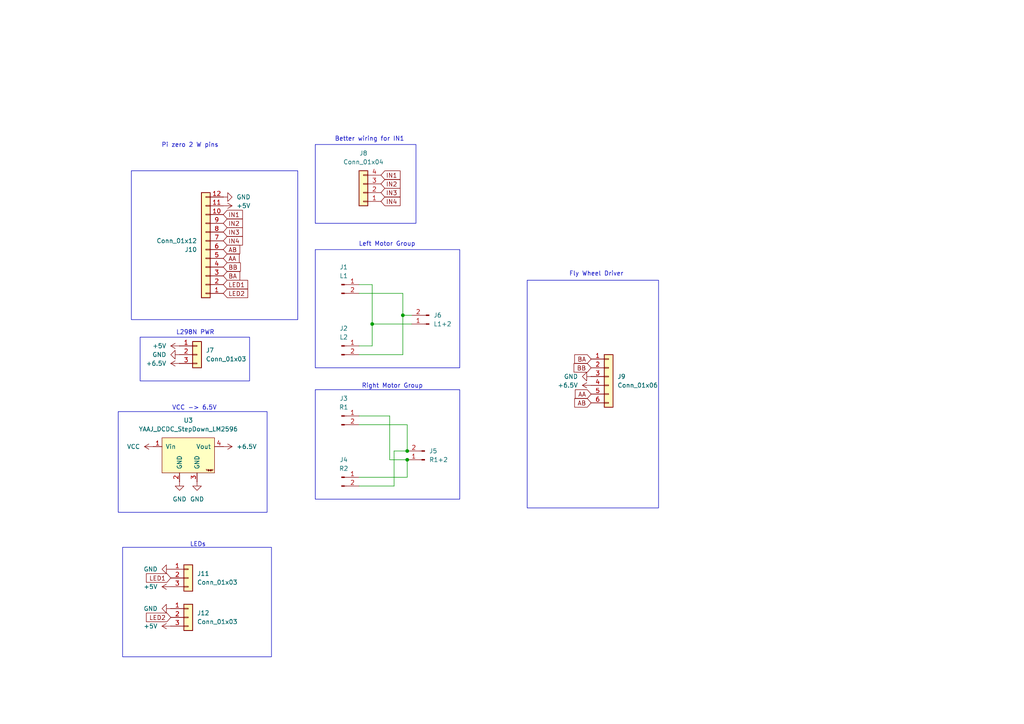
<source format=kicad_sch>
(kicad_sch (version 20231120) (generator "eeschema") (generator_version "8.0")
  (paper "A4")
  (lib_symbols
    (symbol "Connector:Conn_01x02_Pin" (pin_names (offset 1.016) hide)
      (property "Reference" "J" (at 0 2.54 0))
      (property "Value" "Conn_01x02_Pin" (at 0 -5.08 0))
      (symbol "Conn_01x02_Pin_1_1"
        (polyline (pts (xy 1.27 -2.54) (xy 0.8636 -2.54)) (stroke (width 0.1524)))
        (polyline (pts (xy 1.27 0) (xy 0.8636 0)) (stroke (width 0.1524)))
        (rectangle (start 0.8636 -2.413) (end 0 -2.667) (stroke (width 0.1524)) (fill (type outline)))
        (rectangle (start 0.8636 0.127) (end 0 -0.127) (stroke (width 0.1524)) (fill (type outline)))
        (pin passive line (at 5.08 0 180) (length 3.81) (name "Pin_1") (number "1"))
        (pin passive line (at 5.08 -2.54 180) (length 3.81) (name "Pin_2") (number "2"))
      )
    )
    (symbol "Connector_Generic:Conn_01x03" (pin_names (offset 1.016) hide)
      (property "Reference" "J" (at 0 5.08 0))
      (property "Value" "Conn_01x03" (at 0 -5.08 0))
      (symbol "Conn_01x03_1_1"
        (rectangle (start -1.27 -2.413) (end 0 -2.667) (stroke (width 0.1524)))
        (rectangle (start -1.27 0.127) (end 0 -0.127) (stroke (width 0.1524)))
        (rectangle (start -1.27 2.667) (end 0 2.413) (stroke (width 0.1524)))
        (rectangle (start -1.27 3.81) (end 1.27 -3.81) (stroke (width 0.254)) (fill (type background)))
        (pin passive line (at -5.08 2.54 0) (length 3.81) (name "Pin_1") (number "1"))
        (pin passive line (at -5.08 0 0) (length 3.81) (name "Pin_2") (number "2"))
        (pin passive line (at -5.08 -2.54 0) (length 3.81) (name "Pin_3") (number "3"))
      )
    )
    (symbol "Connector_Generic:Conn_01x04" (pin_names (offset 1.016) hide)
      (property "Reference" "J" (at 0 5.08 0))
      (property "Value" "Conn_01x04" (at 0 -7.62 0))
      (symbol "Conn_01x04_1_1"
        (rectangle (start -1.27 -4.953) (end 0 -5.207) (stroke (width 0.1524)))
        (rectangle (start -1.27 -2.413) (end 0 -2.667) (stroke (width 0.1524)))
        (rectangle (start -1.27 0.127) (end 0 -0.127) (stroke (width 0.1524)))
        (rectangle (start -1.27 2.667) (end 0 2.413) (stroke (width 0.1524)))
        (rectangle (start -1.27 3.81) (end 1.27 -6.35) (stroke (width 0.254)) (fill (type background)))
        (pin passive line (at -5.08 2.54 0) (length 3.81) (name "Pin_1") (number "1"))
        (pin passive line (at -5.08 0 0) (length 3.81) (name "Pin_2") (number "2"))
        (pin passive line (at -5.08 -2.54 0) (length 3.81) (name "Pin_3") (number "3"))
        (pin passive line (at -5.08 -5.08 0) (length 3.81) (name "Pin_4") (number "4"))
      )
    )
    (symbol "Connector_Generic:Conn_01x06" (pin_names (offset 1.016) hide)
      (property "Reference" "J" (at 0 7.62 0))
      (property "Value" "Conn_01x06" (at 0 -10.16 0))
      (symbol "Conn_01x06_1_1"
        (rectangle (start -1.27 -7.493) (end 0 -7.747) (stroke (width 0.1524)))
        (rectangle (start -1.27 -4.953) (end 0 -5.207) (stroke (width 0.1524)))
        (rectangle (start -1.27 -2.413) (end 0 -2.667) (stroke (width 0.1524)))
        (rectangle (start -1.27 0.127) (end 0 -0.127) (stroke (width 0.1524)))
        (rectangle (start -1.27 2.667) (end 0 2.413) (stroke (width 0.1524)))
        (rectangle (start -1.27 5.207) (end 0 4.953) (stroke (width 0.1524)))
        (rectangle (start -1.27 6.35) (end 1.27 -8.89) (stroke (width 0.254)) (fill (type background)))
        (pin passive line (at -5.08 5.08 0) (length 3.81) (name "Pin_1") (number "1"))
        (pin passive line (at -5.08 2.54 0) (length 3.81) (name "Pin_2") (number "2"))
        (pin passive line (at -5.08 0 0) (length 3.81) (name "Pin_3") (number "3"))
        (pin passive line (at -5.08 -2.54 0) (length 3.81) (name "Pin_4") (number "4"))
        (pin passive line (at -5.08 -5.08 0) (length 3.81) (name "Pin_5") (number "5"))
        (pin passive line (at -5.08 -7.62 0) (length 3.81) (name "Pin_6") (number "6"))
      )
    )
    (symbol "Connector_Generic:Conn_01x12" (pin_names (offset 1.016) hide)
      (property "Reference" "J" (at 0 15.24 0))
      (property "Value" "Conn_01x12" (at 0 -17.78 0))
      (symbol "Conn_01x12_1_1"
        (rectangle (start -1.27 -15.113) (end 0 -15.367) (stroke (width 0.1524)))
        (rectangle (start -1.27 -12.573) (end 0 -12.827) (stroke (width 0.1524)))
        (rectangle (start -1.27 -10.033) (end 0 -10.287) (stroke (width 0.1524)))
        (rectangle (start -1.27 -7.493) (end 0 -7.747) (stroke (width 0.1524)))
        (rectangle (start -1.27 -4.953) (end 0 -5.207) (stroke (width 0.1524)))
        (rectangle (start -1.27 -2.413) (end 0 -2.667) (stroke (width 0.1524)))
        (rectangle (start -1.27 0.127) (end 0 -0.127) (stroke (width 0.1524)))
        (rectangle (start -1.27 2.667) (end 0 2.413) (stroke (width 0.1524)))
        (rectangle (start -1.27 5.207) (end 0 4.953) (stroke (width 0.1524)))
        (rectangle (start -1.27 7.747) (end 0 7.493) (stroke (width 0.1524)))
        (rectangle (start -1.27 10.287) (end 0 10.033) (stroke (width 0.1524)))
        (rectangle (start -1.27 12.827) (end 0 12.573) (stroke (width 0.1524)))
        (rectangle (start -1.27 13.97) (end 1.27 -16.51) (stroke (width 0.254)) (fill (type background)))
        (pin passive line (at -5.08 12.7 0) (length 3.81) (name "Pin_1") (number "1"))
        (pin passive line (at -5.08 -10.16 0) (length 3.81) (name "Pin_10") (number "10"))
        (pin passive line (at -5.08 -12.7 0) (length 3.81) (name "Pin_11") (number "11"))
        (pin passive line (at -5.08 -15.24 0) (length 3.81) (name "Pin_12") (number "12"))
        (pin passive line (at -5.08 10.16 0) (length 3.81) (name "Pin_2") (number "2"))
        (pin passive line (at -5.08 7.62 0) (length 3.81) (name "Pin_3") (number "3"))
        (pin passive line (at -5.08 5.08 0) (length 3.81) (name "Pin_4") (number "4"))
        (pin passive line (at -5.08 2.54 0) (length 3.81) (name "Pin_5") (number "5"))
        (pin passive line (at -5.08 0 0) (length 3.81) (name "Pin_6") (number "6"))
        (pin passive line (at -5.08 -2.54 0) (length 3.81) (name "Pin_7") (number "7"))
        (pin passive line (at -5.08 -5.08 0) (length 3.81) (name "Pin_8") (number "8"))
        (pin passive line (at -5.08 -7.62 0) (length 3.81) (name "Pin_9") (number "9"))
      )
    )
    (symbol "power:+5V" (power) (pin_numbers hide) (pin_names (offset 0) hide)
      (property "Value" "+5V" (at 0 3.556 0))
      (symbol "+5V_0_1"
        (polyline (pts (xy -0.762 1.27) (xy 0 2.54)))
        (polyline (pts (xy 0 0) (xy 0 2.54)))
        (polyline (pts (xy 0 2.54) (xy 0.762 1.27)))
      )
      (symbol "+5V_1_1"
        (pin power_in line (at 0 0 90) (length 0) (name "~") (number "1"))
      )
    )
    (symbol "power:+6V" (power) (pin_numbers hide) (pin_names (offset 0) hide)
      (property "Value" "+6V" (at 0 3.556 0))
      (symbol "+6V_0_1"
        (polyline (pts (xy -0.762 1.27) (xy 0 2.54)))
        (polyline (pts (xy 0 0) (xy 0 2.54)))
        (polyline (pts (xy 0 2.54) (xy 0.762 1.27)))
      )
      (symbol "+6V_1_1"
        (pin power_in line (at 0 0 90) (length 0) (name "~") (number "1"))
      )
    )
    (symbol "power:GND" (power) (pin_numbers hide) (pin_names (offset 0) hide)
      (property "Value" "GND" (at 0 -3.81 0))
      (symbol "GND_0_1"
        (polyline (pts (xy 0 0) (xy 0 -1.27) (xy 1.27 -1.27) (xy 0 -2.54) (xy -1.27 -1.27) (xy 0 -1.27)))
      )
      (symbol "GND_1_1"
        (pin power_in line (at 0 0 270) (length 0) (name "~") (number "1"))
      )
    )
    (symbol "power:VCC" (power) (pin_numbers hide) (pin_names (offset 0) hide)
      (property "Value" "VCC" (at 0 3.556 0))
      (symbol "VCC_0_1"
        (polyline (pts (xy -0.762 1.27) (xy 0 2.54)))
        (polyline (pts (xy 0 0) (xy 0 2.54)))
        (polyline (pts (xy 0 2.54) (xy 0.762 1.27)))
      )
      (symbol "VCC_1_1"
        (pin power_in line (at 0 0 90) (length 0) (name "~") (number "1"))
      )
    )
    (symbol "yaaj_dcdc_stepdown_lm2596:YAAJ_DCDC_StepDown_LM2596" (pin_names (offset 1.016))
      (property "Reference" "U" (at -5.08 6.35 0))
      (property "Value" "YAAJ_DCDC_StepDown_LM2596" (at 0 11.43 0))
      (symbol "YAAJ_DCDC_StepDown_LM2596_0_1"
        (rectangle (start -7.62 5.08) (end 7.62 -5.08) (fill (type background)))
      )
      (symbol "YAAJ_DCDC_StepDown_LM2596_1_1"
        (text "Y@@V" (at 6.1976 -4.2672 0) (effects (font (size 0.508 0.508))))
        (pin power_in line (at -10.16 2.54 0) (length 2.54) (name "Vin") (number "1"))
        (pin power_in line (at -2.54 -7.62 90) (length 2.54) (name "GND") (number "2"))
        (pin power_in line (at 2.54 -7.62 90) (length 2.54) (name "GND") (number "3"))
        (pin power_out line (at 10.16 2.54 180) (length 2.54) (name "Vout") (number "4"))
      )
    )
  )
  (junction (at 107.95 93.98))
  (junction (at 118.11 130.81))
  (junction (at 116.84 91.44))
  (junction (at 118.11 133.35))
  (wire (pts (xy 113.03 133.35) (xy 118.11 133.35)))
  (wire (pts (xy 118.11 138.43) (xy 118.11 133.35)))
  (wire (pts (xy 113.03 120.65) (xy 113.03 133.35)))
  (wire (pts (xy 114.3 130.81) (xy 118.11 130.81)))
  (wire (pts (xy 116.84 91.44) (xy 116.84 102.87)))
  (wire (pts (xy 114.3 140.97) (xy 114.3 130.81)))
  (wire (pts (xy 107.95 93.98) (xy 119.38 93.98)))
  (wire (pts (xy 104.14 120.65) (xy 113.03 120.65)))
  (wire (pts (xy 104.14 100.33) (xy 107.95 100.33)))
  (wire (pts (xy 116.84 85.09) (xy 116.84 91.44)))
  (wire (pts (xy 104.14 140.97) (xy 114.3 140.97)))
  (wire (pts (xy 107.95 93.98) (xy 107.95 82.55)))
  (wire (pts (xy 104.14 82.55) (xy 107.95 82.55)))
  (wire (pts (xy 116.84 102.87) (xy 104.14 102.87)))
  (wire (pts (xy 104.14 123.19) (xy 118.11 123.19)))
  (wire (pts (xy 107.95 100.33) (xy 107.95 93.98)))
  (wire (pts (xy 104.14 85.09) (xy 116.84 85.09)))
  (wire (pts (xy 104.14 138.43) (xy 118.11 138.43)))
  (wire (pts (xy 116.84 91.44) (xy 119.38 91.44)))
  (wire (pts (xy 118.11 123.19) (xy 118.11 130.81)))
  (rectangle (start 34.29 119.38) (end 77.47 148.59))
  (rectangle (start 35.56 158.75) (end 78.74 190.5))
  (rectangle (start 38.1 49.53) (end 86.36 92.71))
  (rectangle (start 91.44 72.39) (end 133.35 106.68))
  (rectangle (start 40.64 97.79) (end 72.39 110.49))
  (rectangle (start 152.908 81.28) (end 191.008 147.32))
  (rectangle (start 91.44 41.91) (end 120.65 64.77))
  (rectangle (start 91.44 113.03) (end 133.35 144.78))
  (text "Better wiring for IN1\n" (at 107.188 40.386 0) (effects (font (size 1.27 1.27))))
  (text "Left Motor Group\n" (at 112.268 70.866 0) (effects (font (size 1.27 1.27))))
  (text "Pi zero 2 W pins\n" (at 55.118 42.164 0) (effects (font (size 1.27 1.27))))
  (text "Right Motor Group\n" (at 113.792 112.014 0) (effects (font (size 1.27 1.27))))
  (text "VCC -> 6.5V\n" (at 56.388 118.364 0) (effects (font (size 1.27 1.27))))
  (text "LEDs\n" (at 57.404 157.988 0) (effects (font (size 1.27 1.27))))
  (text "L298N PWR\n" (at 56.642 96.52 0) (effects (font (size 1.27 1.27))))
  (text "Fly Wheel Driver\n" (at 172.974 79.502 0) (effects (font (size 1.27 1.27))))
  (global_label "LED2" (shape input) (at 64.77 85.09 0) (property "Intersheetrefs" "${INTERSHEET_REFS}" (effects (hide yes))))
  (global_label "IN1" (shape input) (at 64.77 62.23 0) (property "Intersheetrefs" "${INTERSHEET_REFS}" (effects (hide yes))))
  (global_label "AB" (shape input) (at 171.45 116.84 180) (property "Intersheetrefs" "${INTERSHEET_REFS}" (effects (hide yes))))
  (global_label "IN3" (shape input) (at 110.49 55.88 0) (property "Intersheetrefs" "${INTERSHEET_REFS}" (effects (hide yes))))
  (global_label "BA" (shape input) (at 64.77 80.01 0) (property "Intersheetrefs" "${INTERSHEET_REFS}" (effects (hide yes))))
  (global_label "AA" (shape input) (at 171.45 114.3 180) (property "Intersheetrefs" "${INTERSHEET_REFS}" (effects (hide yes))))
  (global_label "AB" (shape input) (at 64.77 72.39 0) (property "Intersheetrefs" "${INTERSHEET_REFS}" (effects (hide yes))))
  (global_label "IN2" (shape input) (at 110.49 53.34 0) (property "Intersheetrefs" "${INTERSHEET_REFS}" (effects (hide yes))))
  (global_label "AA" (shape input) (at 64.77 74.93 0) (property "Intersheetrefs" "${INTERSHEET_REFS}" (effects (hide yes))))
  (global_label "IN2" (shape input) (at 64.77 64.77 0) (property "Intersheetrefs" "${INTERSHEET_REFS}" (effects (hide yes))))
  (global_label "BA" (shape input) (at 171.45 104.14 180) (property "Intersheetrefs" "${INTERSHEET_REFS}" (effects (hide yes))))
  (global_label "BB" (shape input) (at 64.77 77.47 0) (property "Intersheetrefs" "${INTERSHEET_REFS}" (effects (hide yes))))
  (global_label "LED1" (shape input) (at 64.77 82.55 0) (property "Intersheetrefs" "${INTERSHEET_REFS}" (effects (hide yes))))
  (global_label "BB" (shape input) (at 171.45 106.68 180) (property "Intersheetrefs" "${INTERSHEET_REFS}" (effects (hide yes))))
  (global_label "IN4" (shape input) (at 110.49 58.42 0) (property "Intersheetrefs" "${INTERSHEET_REFS}" (effects (hide yes))))
  (global_label "IN1" (shape input) (at 110.49 50.8 0) (property "Intersheetrefs" "${INTERSHEET_REFS}" (effects (hide yes))))
  (global_label "LED2" (shape input) (at 49.53 179.07 180) (property "Intersheetrefs" "${INTERSHEET_REFS}" (effects (hide yes))))
  (global_label "IN3" (shape input) (at 64.77 67.31 0) (property "Intersheetrefs" "${INTERSHEET_REFS}" (effects (hide yes))))
  (global_label "LED1" (shape input) (at 49.53 167.64 180) (property "Intersheetrefs" "${INTERSHEET_REFS}" (effects (hide yes))))
  (global_label "IN4" (shape input) (at 64.77 69.85 0) (property "Intersheetrefs" "${INTERSHEET_REFS}" (effects (hide yes))))
  (symbol (lib_id "power:GND") (at 52.07 139.7 0) (unit 1)
    (property "Reference" "#PWR010" (effects (hide yes)))
    (property "Value" "GND" (at 52.07 144.78 0))
    (property "Description" "Power symbol creates a global label with name \"GND\" , ground" (effects (hide yes)))
  )
  (symbol (lib_id "Connector_Generic:Conn_01x03") (at 57.15 102.87 0) (unit 1)
    (property "Reference" "J7" (at 59.69 101.5999 0) (effects (justify left)))
    (property "Value" "Conn_01x03" (at 59.69 104.1399 0) (effects (justify left)))
    (property "Footprint" "Connector:FanPinHeader_1x03_P2.54mm_Vertical" (effects (hide yes)))
    (property "Description" "Generic connector, single row, 01x03, script generated (kicad-library-utils/schlib/autogen/connector/)" (effects (hide yes)))
  )
  (symbol (lib_id "Connector:Conn_01x02_Pin") (at 99.06 82.55 0) (unit 1)
    (property "Reference" "J1" (at 99.695 77.47 0))
    (property "Value" "L1" (at 99.695 80.01 0))
    (property "Footprint" "Connector:JWT_A3963_1x02_P3.96mm_Vertical" (effects (hide yes)))
    (property "Description" "Generic connector, single row, 01x02, script generated" (effects (hide yes)))
  )
  (symbol (lib_id "power:+6V") (at 52.07 105.41 90) (unit 1)
    (property "Reference" "#PWR08" (effects (hide yes)))
    (property "Value" "+6.5V" (at 48.26 105.4099 90) (effects (justify left)))
    (property "Description" "Power symbol creates a global label with name \"+6V\"" (effects (hide yes)))
  )
  (symbol (lib_id "power:+6V") (at 171.45 111.76 90) (unit 1)
    (property "Reference" "#PWR013" (effects (hide yes)))
    (property "Value" "+6.5V" (at 167.64 111.7599 90) (effects (justify left)))
    (property "Description" "Power symbol creates a global label with name \"+6V\"" (effects (hide yes)))
  )
  (symbol (lib_id "power:GND") (at 57.15 139.7 0) (unit 1)
    (property "Reference" "#PWR011" (effects (hide yes)))
    (property "Value" "GND" (at 57.15 144.78 0))
    (property "Description" "Power symbol creates a global label with name \"GND\" , ground" (effects (hide yes)))
  )
  (symbol (lib_id "power:GND") (at 52.07 102.87 270) (unit 1)
    (property "Reference" "#PWR07" (effects (hide yes)))
    (property "Value" "GND" (at 48.26 102.8699 90) (effects (justify right)))
    (property "Description" "Power symbol creates a global label with name \"GND\" , ground" (effects (hide yes)))
  )
  (symbol (lib_id "power:+5V") (at 49.53 170.18 90) (unit 1)
    (property "Reference" "#PWR04" (effects (hide yes)))
    (property "Value" "+5V" (at 45.72 170.1799 90) (effects (justify left)))
    (property "Description" "Power symbol creates a global label with name \"+5V\"" (effects (hide yes)))
  )
  (symbol (lib_id "Connector_Generic:Conn_01x12") (at 59.69 72.39 180) (unit 1)
    (property "Reference" "J10" (at 57.15 72.3901 0) (effects (justify left)))
    (property "Value" "Conn_01x12" (at 57.15 69.8501 0) (effects (justify left)))
    (property "Footprint" "Connector_PinHeader_2.54mm:PinHeader_1x12_P2.54mm_Vertical" (effects (hide yes)))
    (property "Description" "Generic connector, single row, 01x12, script generated (kicad-library-utils/schlib/autogen/connector/)" (effects (hide yes)))
  )
  (symbol (lib_id "power:+5V") (at 52.07 100.33 90) (unit 1)
    (property "Reference" "#PWR06" (effects (hide yes)))
    (property "Value" "+5V" (at 48.26 100.3299 90) (effects (justify left)))
    (property "Description" "Power symbol creates a global label with name \"+5V\"" (effects (hide yes)))
  )
  (symbol (lib_id "power:VCC") (at 44.45 129.54 90) (unit 1)
    (property "Reference" "#PWR012" (effects (hide yes)))
    (property "Value" "VCC" (at 40.64 129.5399 90) (effects (justify left)))
    (property "Description" "Power symbol creates a global label with name \"VCC\"" (effects (hide yes)))
  )
  (symbol (lib_id "Connector_Generic:Conn_01x03") (at 54.61 167.64 0) (unit 1)
    (property "Reference" "J11" (at 57.15 166.3699 0) (effects (justify left)))
    (property "Value" "Conn_01x03" (at 57.15 168.9099 0) (effects (justify left)))
    (property "Footprint" "Connector:FanPinHeader_1x03_P2.54mm_Vertical" (effects (hide yes)))
    (property "Description" "Generic connector, single row, 01x03, script generated (kicad-library-utils/schlib/autogen/connector/)" (effects (hide yes)))
  )
  (symbol (lib_id "Connector:Conn_01x02_Pin") (at 123.19 133.35 180) (unit 1)
    (property "Reference" "J5" (at 124.46 130.8099 0) (effects (justify right)))
    (property "Value" "R1+2" (at 124.46 133.3499 0) (effects (justify right)))
    (property "Footprint" "Connector:JWT_A3963_1x02_P3.96mm_Vertical" (effects (hide yes)))
    (property "Description" "Generic connector, single row, 01x02, script generated" (effects (hide yes)))
  )
  (symbol (lib_id "Connector_Generic:Conn_01x06") (at 176.53 109.22 0) (unit 1)
    (property "Reference" "J9" (at 179.07 109.2199 0) (effects (justify left)))
    (property "Value" "Conn_01x06" (at 179.07 111.7599 0) (effects (justify left)))
    (property "Footprint" "Connector_PinHeader_2.54mm:PinHeader_1x06_P2.54mm_Vertical" (effects (hide yes)))
    (property "Description" "Generic connector, single row, 01x06, script generated (kicad-library-utils/schlib/autogen/connector/)" (effects (hide yes)))
  )
  (symbol (lib_id "power:GND") (at 49.53 165.1 270) (unit 1)
    (property "Reference" "#PWR01" (effects (hide yes)))
    (property "Value" "GND" (at 45.72 165.0999 90) (effects (justify right)))
    (property "Description" "Power symbol creates a global label with name \"GND\" , ground" (effects (hide yes)))
  )
  (symbol (lib_id "power:+5V") (at 49.53 181.61 90) (unit 1)
    (property "Reference" "#PWR05" (effects (hide yes)))
    (property "Value" "+5V" (at 45.72 181.6099 90) (effects (justify left)))
    (property "Description" "Power symbol creates a global label with name \"+5V\"" (effects (hide yes)))
  )
  (symbol (lib_id "Connector:Conn_01x02_Pin") (at 99.06 100.33 0) (unit 1)
    (property "Reference" "J2" (at 99.695 95.25 0))
    (property "Value" "L2" (at 99.695 97.79 0))
    (property "Footprint" "Connector:JWT_A3963_1x02_P3.96mm_Vertical" (effects (hide yes)))
    (property "Description" "Generic connector, single row, 01x02, script generated" (effects (hide yes)))
  )
  (symbol (lib_id "power:+6V") (at 64.77 129.54 270) (unit 1)
    (property "Reference" "#PWR09" (effects (hide yes)))
    (property "Value" "+6.5V" (at 68.58 129.5399 90) (effects (justify left)))
    (property "Description" "Power symbol creates a global label with name \"+6V\"" (effects (hide yes)))
  )
  (symbol (lib_id "Connector:Conn_01x02_Pin") (at 99.06 138.43 0) (unit 1)
    (property "Reference" "J4" (at 99.695 133.35 0))
    (property "Value" "R2" (at 99.695 135.89 0))
    (property "Footprint" "Connector:JWT_A3963_1x02_P3.96mm_Vertical" (effects (hide yes)))
    (property "Description" "Generic connector, single row, 01x02, script generated" (effects (hide yes)))
  )
  (symbol (lib_id "Connector:Conn_01x02_Pin") (at 99.06 120.65 0) (unit 1)
    (property "Reference" "J3" (at 99.695 115.57 0))
    (property "Value" "R1" (at 99.695 118.11 0))
    (property "Footprint" "Connector:JWT_A3963_1x02_P3.96mm_Vertical" (effects (hide yes)))
    (property "Description" "Generic connector, single row, 01x02, script generated" (effects (hide yes)))
  )
  (symbol (lib_id "Connector_Generic:Conn_01x03") (at 54.61 179.07 0) (unit 1)
    (property "Reference" "J12" (at 57.15 177.7999 0) (effects (justify left)))
    (property "Value" "Conn_01x03" (at 57.15 180.3399 0) (effects (justify left)))
    (property "Footprint" "Connector:FanPinHeader_1x03_P2.54mm_Vertical" (effects (hide yes)))
    (property "Description" "Generic connector, single row, 01x03, script generated (kicad-library-utils/schlib/autogen/connector/)" (effects (hide yes)))
  )
  (symbol (lib_id "power:GND") (at 49.53 176.53 270) (unit 1)
    (property "Reference" "#PWR02" (effects (hide yes)))
    (property "Value" "GND" (at 45.72 176.5299 90) (effects (justify right)))
    (property "Description" "Power symbol creates a global label with name \"GND\" , ground" (effects (hide yes)))
  )
  (symbol (lib_id "yaaj_dcdc_stepdown_lm2596:YAAJ_DCDC_StepDown_LM2596") (at 54.61 132.08 0) (unit 1)
    (property "Reference" "U3" (at 54.61 121.92 0))
    (property "Value" "YAAJ_DCDC_StepDown_LM2596" (at 54.61 124.46 0))
    (property "Footprint" "lm2596:YAAJ_DCDC_StepDown_LM2596" (effects (hide yes)))
  )
  (symbol (lib_id "Connector_Generic:Conn_01x04") (at 105.41 55.88 180) (unit 1)
    (property "Reference" "J8" (at 105.41 44.45 0))
    (property "Value" "Conn_01x04" (at 105.41 46.99 0))
    (property "Footprint" "Connector:FanPinHeader_1x04_P2.54mm_Vertical" (effects (hide yes)))
    (property "Description" "Generic connector, single row, 01x04, script generated (kicad-library-utils/schlib/autogen/connector/)" (effects (hide yes)))
  )
  (symbol (lib_id "Connector:Conn_01x02_Pin") (at 124.46 93.98 180) (unit 1)
    (property "Reference" "J6" (at 125.73 91.4399 0) (effects (justify right)))
    (property "Value" "L1+2" (at 125.73 93.9799 0) (effects (justify right)))
    (property "Footprint" "Connector:JWT_A3963_1x02_P3.96mm_Vertical" (effects (hide yes)))
    (property "Description" "Generic connector, single row, 01x02, script generated" (effects (hide yes)))
  )
  (symbol (lib_id "power:GND") (at 64.77 57.15 90) (unit 1)
    (property "Reference" "#PWR015" (effects (hide yes)))
    (property "Value" "GND" (at 68.58 57.1501 90) (effects (justify right)))
    (property "Description" "Power symbol creates a global label with name \"GND\" , ground" (effects (hide yes)))
  )
  (symbol (lib_id "power:GND") (at 171.45 109.22 270) (unit 1)
    (property "Reference" "#PWR03" (effects (hide yes)))
    (property "Value" "GND" (at 167.64 109.2199 90) (effects (justify right)))
    (property "Description" "Power symbol creates a global label with name \"GND\" , ground" (effects (hide yes)))
  )
  (symbol (lib_id "power:+5V") (at 64.77 59.69 270) (unit 1)
    (property "Reference" "#PWR014" (effects (hide yes)))
    (property "Value" "+5V" (at 68.58 59.6901 90) (effects (justify left)))
    (property "Description" "Power symbol creates a global label with name \"+5V\"" (effects (hide yes)))
  )
)
</source>
